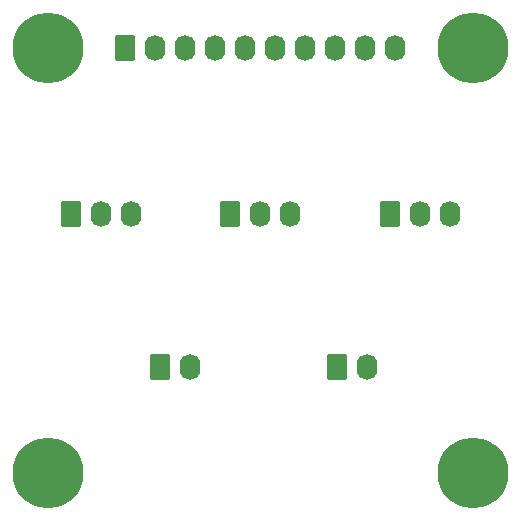
<source format=gbr>
%TF.GenerationSoftware,KiCad,Pcbnew,(6.0.0-rc1-76-g1e8284bc1a)*%
%TF.CreationDate,2022-09-28T09:07:56+05:30*%
%TF.ProjectId,extension_Board,65787465-6e73-4696-9f6e-5f426f617264,rev?*%
%TF.SameCoordinates,Original*%
%TF.FileFunction,Soldermask,Bot*%
%TF.FilePolarity,Negative*%
%FSLAX46Y46*%
G04 Gerber Fmt 4.6, Leading zero omitted, Abs format (unit mm)*
G04 Created by KiCad (PCBNEW (6.0.0-rc1-76-g1e8284bc1a)) date 2022-09-28 09:07:56*
%MOMM*%
%LPD*%
G01*
G04 APERTURE LIST*
G04 Aperture macros list*
%AMRoundRect*
0 Rectangle with rounded corners*
0 $1 Rounding radius*
0 $2 $3 $4 $5 $6 $7 $8 $9 X,Y pos of 4 corners*
0 Add a 4 corners polygon primitive as box body*
4,1,4,$2,$3,$4,$5,$6,$7,$8,$9,$2,$3,0*
0 Add four circle primitives for the rounded corners*
1,1,$1+$1,$2,$3*
1,1,$1+$1,$4,$5*
1,1,$1+$1,$6,$7*
1,1,$1+$1,$8,$9*
0 Add four rect primitives between the rounded corners*
20,1,$1+$1,$2,$3,$4,$5,0*
20,1,$1+$1,$4,$5,$6,$7,0*
20,1,$1+$1,$6,$7,$8,$9,0*
20,1,$1+$1,$8,$9,$2,$3,0*%
G04 Aperture macros list end*
%ADD10RoundRect,0.250000X-0.620000X-0.845000X0.620000X-0.845000X0.620000X0.845000X-0.620000X0.845000X0*%
%ADD11O,1.740000X2.190000*%
%ADD12C,6.000000*%
G04 APERTURE END LIST*
D10*
%TO.C,J6*%
X49000000Y-56500000D03*
D11*
X51540000Y-56500000D03*
%TD*%
D12*
%TO.C,H3*%
X75500000Y-65500000D03*
%TD*%
D10*
%TO.C,J3*%
X54960000Y-43520000D03*
D11*
X57500000Y-43520000D03*
X60040000Y-43520000D03*
%TD*%
D12*
%TO.C,H2*%
X75500000Y-29500000D03*
%TD*%
D10*
%TO.C,J4*%
X68460000Y-43520000D03*
D11*
X71000000Y-43520000D03*
X73540000Y-43520000D03*
%TD*%
D10*
%TO.C,J5*%
X64000000Y-56500000D03*
D11*
X66540000Y-56500000D03*
%TD*%
D12*
%TO.C,H4*%
X39500000Y-65500000D03*
%TD*%
%TO.C,H1*%
X39500000Y-29500000D03*
%TD*%
D10*
%TO.C,J2*%
X41460000Y-43520000D03*
D11*
X44000000Y-43520000D03*
X46540000Y-43520000D03*
%TD*%
D10*
%TO.C,J1*%
X46070000Y-29520000D03*
D11*
X48610000Y-29520000D03*
X51150000Y-29520000D03*
X53690000Y-29520000D03*
X56230000Y-29520000D03*
X58770000Y-29520000D03*
X61310000Y-29520000D03*
X63850000Y-29520000D03*
X66390000Y-29520000D03*
X68930000Y-29520000D03*
%TD*%
M02*

</source>
